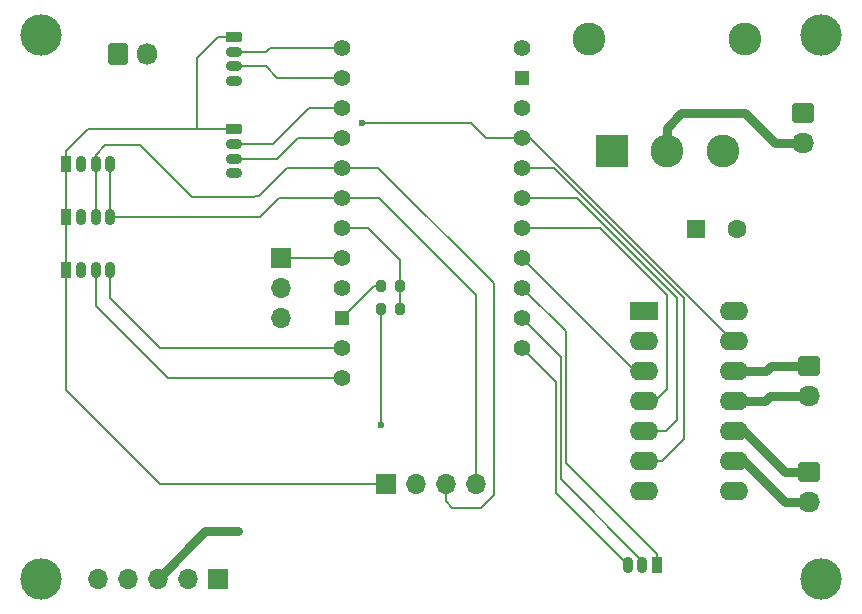
<source format=gbr>
%TF.GenerationSoftware,KiCad,Pcbnew,8.0.3-8.0.3-0~ubuntu22.04.1*%
%TF.CreationDate,2024-06-15T19:31:26-04:00*%
%TF.ProjectId,main_board,6d61696e-5f62-46f6-9172-642e6b696361,rev?*%
%TF.SameCoordinates,Original*%
%TF.FileFunction,Copper,L1,Top*%
%TF.FilePolarity,Positive*%
%FSLAX46Y46*%
G04 Gerber Fmt 4.6, Leading zero omitted, Abs format (unit mm)*
G04 Created by KiCad (PCBNEW 8.0.3-8.0.3-0~ubuntu22.04.1) date 2024-06-15 19:31:26*
%MOMM*%
%LPD*%
G01*
G04 APERTURE LIST*
G04 Aperture macros list*
%AMRoundRect*
0 Rectangle with rounded corners*
0 $1 Rounding radius*
0 $2 $3 $4 $5 $6 $7 $8 $9 X,Y pos of 4 corners*
0 Add a 4 corners polygon primitive as box body*
4,1,4,$2,$3,$4,$5,$6,$7,$8,$9,$2,$3,0*
0 Add four circle primitives for the rounded corners*
1,1,$1+$1,$2,$3*
1,1,$1+$1,$4,$5*
1,1,$1+$1,$6,$7*
1,1,$1+$1,$8,$9*
0 Add four rect primitives between the rounded corners*
20,1,$1+$1,$2,$3,$4,$5,0*
20,1,$1+$1,$4,$5,$6,$7,0*
20,1,$1+$1,$6,$7,$8,$9,0*
20,1,$1+$1,$8,$9,$2,$3,0*%
G04 Aperture macros list end*
%TA.AperFunction,ComponentPad*%
%ADD10RoundRect,0.225000X-0.225000X-0.475000X0.225000X-0.475000X0.225000X0.475000X-0.225000X0.475000X0*%
%TD*%
%TA.AperFunction,ComponentPad*%
%ADD11O,0.900000X1.400000*%
%TD*%
%TA.AperFunction,ComponentPad*%
%ADD12R,1.700000X1.700000*%
%TD*%
%TA.AperFunction,ComponentPad*%
%ADD13O,1.700000X1.700000*%
%TD*%
%TA.AperFunction,ComponentPad*%
%ADD14RoundRect,0.250000X-0.600000X-0.675000X0.600000X-0.675000X0.600000X0.675000X-0.600000X0.675000X0*%
%TD*%
%TA.AperFunction,ComponentPad*%
%ADD15O,1.700000X1.850000*%
%TD*%
%TA.AperFunction,ComponentPad*%
%ADD16R,1.600000X1.600000*%
%TD*%
%TA.AperFunction,ComponentPad*%
%ADD17C,1.600000*%
%TD*%
%TA.AperFunction,ComponentPad*%
%ADD18RoundRect,0.225000X-0.475000X0.225000X-0.475000X-0.225000X0.475000X-0.225000X0.475000X0.225000X0*%
%TD*%
%TA.AperFunction,ComponentPad*%
%ADD19O,1.400000X0.900000*%
%TD*%
%TA.AperFunction,ComponentPad*%
%ADD20R,2.775000X2.775000*%
%TD*%
%TA.AperFunction,ComponentPad*%
%ADD21C,2.775000*%
%TD*%
%TA.AperFunction,ComponentPad*%
%ADD22R,2.400000X1.600000*%
%TD*%
%TA.AperFunction,ComponentPad*%
%ADD23O,2.400000X1.600000*%
%TD*%
%TA.AperFunction,SMDPad,CuDef*%
%ADD24RoundRect,0.200000X-0.200000X-0.275000X0.200000X-0.275000X0.200000X0.275000X-0.200000X0.275000X0*%
%TD*%
%TA.AperFunction,ComponentPad*%
%ADD25RoundRect,0.250000X-0.675000X0.600000X-0.675000X-0.600000X0.675000X-0.600000X0.675000X0.600000X0*%
%TD*%
%TA.AperFunction,ComponentPad*%
%ADD26O,1.850000X1.700000*%
%TD*%
%TA.AperFunction,SMDPad,CuDef*%
%ADD27RoundRect,0.200000X0.200000X0.275000X-0.200000X0.275000X-0.200000X-0.275000X0.200000X-0.275000X0*%
%TD*%
%TA.AperFunction,ComponentPad*%
%ADD28C,1.422400*%
%TD*%
%TA.AperFunction,ComponentPad*%
%ADD29R,1.270000X1.270000*%
%TD*%
%TA.AperFunction,ComponentPad*%
%ADD30RoundRect,0.225000X0.225000X0.475000X-0.225000X0.475000X-0.225000X-0.475000X0.225000X-0.475000X0*%
%TD*%
%TA.AperFunction,ViaPad*%
%ADD31C,3.500000*%
%TD*%
%TA.AperFunction,ViaPad*%
%ADD32C,0.600000*%
%TD*%
%TA.AperFunction,Conductor*%
%ADD33C,0.200000*%
%TD*%
%TA.AperFunction,Conductor*%
%ADD34C,0.750000*%
%TD*%
G04 APERTURE END LIST*
D10*
%TO.P,J8,1,Pin_1*%
%TO.N,3V3*%
X69100000Y-87900000D03*
D11*
%TO.P,J8,2,Pin_2*%
%TO.N,GND*%
X70350000Y-87900000D03*
%TO.P,J8,3,Pin_3*%
%TO.N,SCL*%
X71600000Y-87900000D03*
%TO.P,J8,4,Pin_4*%
%TO.N,SDA*%
X72850000Y-87900000D03*
%TD*%
D12*
%TO.P,J12,1,Pin_1*%
%TO.N,Servo*%
X87300000Y-95820000D03*
D13*
%TO.P,J12,2,Pin_2*%
%TO.N,5V*%
X87300000Y-98360000D03*
%TO.P,J12,3,Pin_3*%
%TO.N,GND*%
X87300000Y-100900000D03*
%TD*%
D14*
%TO.P,J10,1,Pin_1*%
%TO.N,GND*%
X73500000Y-78600000D03*
D15*
%TO.P,J10,2,Pin_2*%
%TO.N,5V*%
X76000000Y-78600000D03*
%TD*%
D12*
%TO.P,U3,1,Enable*%
%TO.N,unconnected-(U3-Enable-Pad1)*%
X81960000Y-123000000D03*
D13*
%TO.P,U3,2,Vin*%
%TO.N,Net-(U2-Vcc)*%
X79420000Y-123000000D03*
%TO.P,U3,3,Ground*%
%TO.N,GND*%
X76880000Y-123000000D03*
%TO.P,U3,4,Ground*%
X74340000Y-123000000D03*
%TO.P,U3,5,Vout*%
%TO.N,5V*%
X71800000Y-123000000D03*
%TD*%
D16*
%TO.P,C1,1*%
%TO.N,Net-(U2-Vcc)*%
X122447349Y-93400000D03*
D17*
%TO.P,C1,2*%
%TO.N,GND*%
X125947349Y-93400000D03*
%TD*%
D18*
%TO.P,J4,1,Pin_1*%
%TO.N,3V3*%
X83300000Y-84925000D03*
D19*
%TO.P,J4,2,Pin_2*%
%TO.N,L_A*%
X83300000Y-86175000D03*
%TO.P,J4,3,Pin_3*%
%TO.N,L_B*%
X83300000Y-87425000D03*
%TO.P,J4,4,Pin_4*%
%TO.N,GND*%
X83300000Y-88675000D03*
%TD*%
D20*
%TO.P,S1,1*%
%TO.N,unconnected-(S1-Pad1)*%
X115300000Y-86822500D03*
D21*
%TO.P,S1,2*%
%TO.N,Net-(J1-Pin_2)*%
X120000000Y-86822500D03*
%TO.P,S1,3*%
%TO.N,Net-(U2-Vcc)*%
X124700000Y-86822500D03*
%TO.P,S1,S1*%
%TO.N,N/C*%
X113395000Y-77292500D03*
%TO.P,S1,S2*%
X126605000Y-77292500D03*
%TD*%
D18*
%TO.P,J5,1,Pin_1*%
%TO.N,3V3*%
X83300000Y-77125000D03*
D19*
%TO.P,J5,2,Pin_2*%
%TO.N,R_A*%
X83300000Y-78375000D03*
%TO.P,J5,3,Pin_3*%
%TO.N,R_B*%
X83300000Y-79625000D03*
%TO.P,J5,4,Pin_4*%
%TO.N,GND*%
X83300000Y-80875000D03*
%TD*%
D22*
%TO.P,U2,1,Gnd*%
%TO.N,GND*%
X118000000Y-100340000D03*
D23*
%TO.P,U2,2,Vcc*%
%TO.N,Net-(U2-Vcc)*%
X118000000Y-102880000D03*
%TO.P,U2,3,BIn2*%
%TO.N,Left_Motor_2*%
X118000000Y-105420000D03*
%TO.P,U2,4,BIn1*%
%TO.N,Left_Motor_1*%
X118000000Y-107960000D03*
%TO.P,U2,5,AIn2*%
%TO.N,Right_Motor_2*%
X118000000Y-110500000D03*
%TO.P,U2,6,AIn1*%
%TO.N,Right_Motor_1*%
X118000000Y-113040000D03*
%TO.P,U2,7,Mode*%
%TO.N,unconnected-(U2-Mode-Pad7)*%
X118000000Y-115580000D03*
%TO.P,U2,8,Vmm*%
%TO.N,unconnected-(U2-Vmm-Pad8)*%
X125620000Y-115580000D03*
%TO.P,U2,9,AOut1*%
%TO.N,Net-(J3-Pin_2)*%
X125620000Y-113040000D03*
%TO.P,U2,10,AOut2*%
%TO.N,Net-(J3-Pin_1)*%
X125620000Y-110500000D03*
%TO.P,U2,11,BOut1*%
%TO.N,Net-(J2-Pin_2)*%
X125620000Y-107960000D03*
%TO.P,U2,12,BOut2*%
%TO.N,Net-(J2-Pin_1)*%
X125620000Y-105420000D03*
%TO.P,U2,13,VIn*%
%TO.N,3V3*%
X125620000Y-102880000D03*
%TO.P,U2,14,Gnd*%
%TO.N,GND*%
X125620000Y-100340000D03*
%TD*%
D24*
%TO.P,R2,1*%
%TO.N,GND*%
X95750000Y-98200000D03*
%TO.P,R2,2*%
%TO.N,BATT*%
X97400000Y-98200000D03*
%TD*%
D25*
%TO.P,J2,1,Pin_1*%
%TO.N,Net-(J2-Pin_1)*%
X132000000Y-105000000D03*
D26*
%TO.P,J2,2,Pin_2*%
%TO.N,Net-(J2-Pin_2)*%
X132000000Y-107500000D03*
%TD*%
D25*
%TO.P,J3,1,Pin_1*%
%TO.N,Net-(J3-Pin_1)*%
X132000000Y-114000000D03*
D26*
%TO.P,J3,2,Pin_2*%
%TO.N,Net-(J3-Pin_2)*%
X132000000Y-116500000D03*
%TD*%
D10*
%TO.P,J7,1,Pin_1*%
%TO.N,3V3*%
X69100000Y-96900000D03*
D11*
%TO.P,J7,2,Pin_2*%
%TO.N,GND*%
X70350000Y-96900000D03*
%TO.P,J7,3,Pin_3*%
%TO.N,RX*%
X71600000Y-96900000D03*
%TO.P,J7,4,Pin_4*%
%TO.N,TX*%
X72850000Y-96900000D03*
%TD*%
D27*
%TO.P,R1,1*%
%TO.N,BATT*%
X97400000Y-100200000D03*
%TO.P,R1,2*%
%TO.N,Net-(U2-Vcc)*%
X95750000Y-100200000D03*
%TD*%
D10*
%TO.P,J6,1,Pin_1*%
%TO.N,3V3*%
X69100000Y-92400000D03*
D11*
%TO.P,J6,2,Pin_2*%
%TO.N,GND*%
X70350000Y-92400000D03*
%TO.P,J6,3,Pin_3*%
%TO.N,SCL*%
X71600000Y-92400000D03*
%TO.P,J6,4,Pin_4*%
%TO.N,SDA*%
X72850000Y-92400000D03*
%TD*%
D28*
%TO.P,U1,1,VBAT*%
%TO.N,unconnected-(U1-VBAT-Pad1)*%
X107730000Y-78064000D03*
D29*
%TO.P,U1,2,GND*%
%TO.N,GND*%
X107730000Y-80604000D03*
D28*
%TO.P,U1,3,5V*%
%TO.N,5V*%
X107730000Y-83144000D03*
%TO.P,U1,4,3V3*%
%TO.N,3V3*%
X107730000Y-85684000D03*
%TO.P,U1,5,IO1*%
%TO.N,Right_Motor_1*%
X107730000Y-88224000D03*
%TO.P,U1,6,IO2*%
%TO.N,Right_Motor_2*%
X107730000Y-90764000D03*
%TO.P,U1,7,IO3*%
%TO.N,Left_Motor_1*%
X107730000Y-93304000D03*
%TO.P,U1,8,IO4*%
%TO.N,Left_Motor_2*%
X107730000Y-95844000D03*
%TO.P,U1,9,IO5*%
%TO.N,Left ToF Shutdown*%
X107730000Y-98384000D03*
%TO.P,U1,10,IO21*%
%TO.N,Center ToF Shutdown*%
X107730000Y-100924000D03*
%TO.P,U1,11,IO0*%
%TO.N,Right ToF Shutdown*%
X107730000Y-103464000D03*
%TO.P,U1,12,RX*%
%TO.N,RX*%
X92490000Y-106004000D03*
%TO.P,U1,13,TX*%
%TO.N,TX*%
X92490000Y-103464000D03*
D29*
%TO.P,U1,14,GND*%
%TO.N,GND*%
X92490000Y-100924000D03*
D28*
%TO.P,U1,15,RST*%
%TO.N,unconnected-(U1-RST-Pad15)*%
X92490000Y-98384000D03*
%TO.P,U1,16,IO6*%
%TO.N,Servo*%
X92490000Y-95844000D03*
%TO.P,U1,17,IO7*%
%TO.N,BATT*%
X92490000Y-93304000D03*
%TO.P,U1,18,IO8*%
%TO.N,SDA*%
X92490000Y-90764000D03*
%TO.P,U1,19,IO9*%
%TO.N,SCL*%
X92490000Y-88224000D03*
%TO.P,U1,20,IO34*%
%TO.N,L_B*%
X92490000Y-85684000D03*
%TO.P,U1,21,IO36*%
%TO.N,L_A*%
X92490000Y-83144000D03*
%TO.P,U1,22,IO37*%
%TO.N,R_B*%
X92490000Y-80604000D03*
%TO.P,U1,23,IO35*%
%TO.N,R_A*%
X92490000Y-78064000D03*
%TD*%
D30*
%TO.P,J13,1,Pin_1*%
%TO.N,Left ToF Shutdown*%
X119150000Y-121800000D03*
D11*
%TO.P,J13,2,Pin_2*%
%TO.N,Center ToF Shutdown*%
X117900000Y-121800000D03*
%TO.P,J13,3,Pin_3*%
%TO.N,Right ToF Shutdown*%
X116650000Y-121800000D03*
%TD*%
D12*
%TO.P,J9,1,Pin_1*%
%TO.N,3V3*%
X96180000Y-115000000D03*
D13*
%TO.P,J9,2,Pin_2*%
%TO.N,GND*%
X98720000Y-115000000D03*
%TO.P,J9,3,Pin_3*%
%TO.N,SCL*%
X101260000Y-115000000D03*
%TO.P,J9,4,Pin_4*%
%TO.N,SDA*%
X103800000Y-115000000D03*
%TD*%
D25*
%TO.P,J1,1,Pin_1*%
%TO.N,GND*%
X131500000Y-83600000D03*
D26*
%TO.P,J1,2,Pin_2*%
%TO.N,Net-(J1-Pin_2)*%
X131500000Y-86100000D03*
%TD*%
D31*
%TO.N,*%
X133000000Y-77000000D03*
X67000000Y-77000000D03*
X133000000Y-123000000D03*
X67000000Y-123000000D03*
D32*
%TO.N,GND*%
X83700000Y-119000000D03*
X82600000Y-119000000D03*
%TO.N,3V3*%
X94200000Y-84400000D03*
%TO.N,Net-(U2-Vcc)*%
X95800000Y-110000000D03*
%TD*%
D33*
%TO.N,GND*%
X95750000Y-98200000D02*
X95214000Y-98200000D01*
D34*
X76880000Y-123000000D02*
X80880000Y-119000000D01*
X80880000Y-119000000D02*
X82600000Y-119000000D01*
D33*
X95214000Y-98200000D02*
X92490000Y-100924000D01*
D34*
X82600000Y-119000000D02*
X83700000Y-119000000D01*
%TO.N,Net-(J1-Pin_2)*%
X121200000Y-83600000D02*
X126600000Y-83600000D01*
X126600000Y-83600000D02*
X129100000Y-86100000D01*
X120000000Y-86822500D02*
X120000000Y-84800000D01*
X120000000Y-84800000D02*
X121200000Y-83600000D01*
X129100000Y-86100000D02*
X131500000Y-86100000D01*
%TO.N,Net-(J2-Pin_1)*%
X128800000Y-105000000D02*
X132000000Y-105000000D01*
X128380000Y-105420000D02*
X128800000Y-105000000D01*
X125620000Y-105420000D02*
X128380000Y-105420000D01*
%TO.N,Net-(J2-Pin_2)*%
X128700000Y-107500000D02*
X132000000Y-107500000D01*
X128240000Y-107960000D02*
X128700000Y-107500000D01*
X125620000Y-107960000D02*
X128240000Y-107960000D01*
%TO.N,Net-(J3-Pin_1)*%
X125620000Y-110500000D02*
X126500000Y-110500000D01*
X130000000Y-114000000D02*
X132000000Y-114000000D01*
X126500000Y-110500000D02*
X130000000Y-114000000D01*
%TO.N,Net-(J3-Pin_2)*%
X130000000Y-116500000D02*
X132000000Y-116500000D01*
X125620000Y-113040000D02*
X126540000Y-113040000D01*
X126540000Y-113040000D02*
X130000000Y-116500000D01*
D33*
%TO.N,L_A*%
X89656000Y-83144000D02*
X92490000Y-83144000D01*
X83300000Y-86175000D02*
X86625000Y-86175000D01*
X86625000Y-86175000D02*
X89656000Y-83144000D01*
%TO.N,L_B*%
X88716000Y-85684000D02*
X92490000Y-85684000D01*
X86975000Y-87425000D02*
X88716000Y-85684000D01*
X83300000Y-87425000D02*
X86975000Y-87425000D01*
%TO.N,3V3*%
X80200000Y-84925000D02*
X80200000Y-78900000D01*
X69100000Y-92400000D02*
X69100000Y-96900000D01*
X96180000Y-115000000D02*
X77100000Y-115000000D01*
X69100000Y-87900000D02*
X69100000Y-86800000D01*
X69100000Y-86800000D02*
X70975000Y-84925000D01*
X77100000Y-115000000D02*
X69100000Y-107000000D01*
X125611372Y-102880000D02*
X125620000Y-102880000D01*
X94200000Y-84400000D02*
X103400000Y-84400000D01*
X80200000Y-78900000D02*
X81975000Y-77125000D01*
X80200000Y-84925000D02*
X83300000Y-84925000D01*
X69100000Y-87900000D02*
X69100000Y-92400000D01*
X107730000Y-85684000D02*
X108415372Y-85684000D01*
X70975000Y-84925000D02*
X80200000Y-84925000D01*
X104684000Y-85684000D02*
X107730000Y-85684000D01*
X108415372Y-85684000D02*
X125611372Y-102880000D01*
X103400000Y-84400000D02*
X104684000Y-85684000D01*
X69100000Y-107000000D02*
X69100000Y-96900000D01*
X81975000Y-77125000D02*
X83300000Y-77125000D01*
%TO.N,R_B*%
X86025000Y-79625000D02*
X87004000Y-80604000D01*
X87004000Y-80604000D02*
X92490000Y-80604000D01*
X83300000Y-79625000D02*
X86025000Y-79625000D01*
%TO.N,R_A*%
X83300000Y-78375000D02*
X86025000Y-78375000D01*
X86336000Y-78064000D02*
X92490000Y-78064000D01*
X86025000Y-78375000D02*
X86336000Y-78064000D01*
%TO.N,SDA*%
X72850000Y-87900000D02*
X72850000Y-92400000D01*
X95564000Y-90764000D02*
X103800000Y-99000000D01*
X72850000Y-92400000D02*
X85500000Y-92400000D01*
X103800000Y-99000000D02*
X103800000Y-115000000D01*
X85500000Y-92400000D02*
X87136000Y-90764000D01*
X87136000Y-90764000D02*
X92490000Y-90764000D01*
X92490000Y-90764000D02*
X95564000Y-90764000D01*
%TO.N,SCL*%
X71600000Y-87900000D02*
X71600000Y-92400000D01*
X92490000Y-88224000D02*
X87776000Y-88224000D01*
X85000000Y-90700000D02*
X79800000Y-90700000D01*
X104200000Y-117000000D02*
X105300000Y-115900000D01*
X71600000Y-87100000D02*
X71600000Y-87900000D01*
X95524000Y-88224000D02*
X92490000Y-88224000D01*
X85100000Y-90600000D02*
X85000000Y-90700000D01*
X72400000Y-86300000D02*
X71600000Y-87100000D01*
X101260000Y-116460000D02*
X101800000Y-117000000D01*
X101800000Y-117000000D02*
X104200000Y-117000000D01*
X85400000Y-90600000D02*
X85100000Y-90600000D01*
X105300000Y-115900000D02*
X105300000Y-98000000D01*
X79800000Y-90700000D02*
X75400000Y-86300000D01*
X75400000Y-86300000D02*
X72400000Y-86300000D01*
X87776000Y-88224000D02*
X85400000Y-90600000D01*
X105300000Y-98000000D02*
X95524000Y-88224000D01*
X101260000Y-115000000D02*
X101260000Y-116460000D01*
%TO.N,TX*%
X72850000Y-96900000D02*
X72850000Y-99250000D01*
X77064000Y-103464000D02*
X92490000Y-103464000D01*
X72850000Y-99250000D02*
X77064000Y-103464000D01*
%TO.N,RX*%
X77704000Y-106004000D02*
X92490000Y-106004000D01*
X71600000Y-99900000D02*
X77704000Y-106004000D01*
X71600000Y-96900000D02*
X71600000Y-99900000D01*
%TO.N,Servo*%
X92466000Y-95820000D02*
X92490000Y-95844000D01*
X87300000Y-95820000D02*
X92466000Y-95820000D01*
%TO.N,Left ToF Shutdown*%
X119150000Y-120950000D02*
X119150000Y-121800000D01*
X107730000Y-98384000D02*
X111400000Y-102054000D01*
X111400000Y-102054000D02*
X111400000Y-113200000D01*
X111400000Y-113200000D02*
X119150000Y-120950000D01*
%TO.N,Center ToF Shutdown*%
X111000000Y-114600000D02*
X111000000Y-104194000D01*
X117900000Y-121500000D02*
X111000000Y-114600000D01*
X117900000Y-121800000D02*
X117900000Y-121500000D01*
X111000000Y-104194000D02*
X107730000Y-100924000D01*
%TO.N,Right ToF Shutdown*%
X107730000Y-103464000D02*
X110600000Y-106334000D01*
X110600000Y-115750000D02*
X116650000Y-121800000D01*
X110600000Y-106334000D02*
X110600000Y-115750000D01*
%TO.N,Net-(U2-Vcc)*%
X95800000Y-100100000D02*
X95800000Y-110000000D01*
X95750000Y-100150000D02*
X95800000Y-100100000D01*
X95750000Y-100200000D02*
X95750000Y-100150000D01*
%TO.N,Right_Motor_1*%
X107730000Y-88224000D02*
X110389686Y-88224000D01*
X121400000Y-111200000D02*
X119560000Y-113040000D01*
X119560000Y-113040000D02*
X118000000Y-113040000D01*
X121400000Y-99234314D02*
X121400000Y-111200000D01*
X110389686Y-88224000D02*
X121400000Y-99234314D01*
%TO.N,Right_Motor_2*%
X107730000Y-90764000D02*
X112364000Y-90764000D01*
X120800000Y-109600000D02*
X119900000Y-110500000D01*
X119900000Y-110500000D02*
X118000000Y-110500000D01*
X120800000Y-99200000D02*
X120800000Y-109600000D01*
X112364000Y-90764000D02*
X120800000Y-99200000D01*
%TO.N,Left_Motor_1*%
X118940000Y-107960000D02*
X118000000Y-107960000D01*
X107730000Y-93304000D02*
X114304000Y-93304000D01*
X120000000Y-99000000D02*
X120000000Y-106900000D01*
X120000000Y-106900000D02*
X118940000Y-107960000D01*
X114304000Y-93304000D02*
X120000000Y-99000000D01*
%TO.N,Left_Motor_2*%
X107730000Y-95844000D02*
X107844000Y-95844000D01*
X117306000Y-105420000D02*
X118000000Y-105420000D01*
X107730000Y-95844000D02*
X117306000Y-105420000D01*
%TO.N,BATT*%
X97400000Y-96000000D02*
X94704000Y-93304000D01*
X97400000Y-98200000D02*
X97400000Y-96000000D01*
X94704000Y-93304000D02*
X92490000Y-93304000D01*
X97400000Y-98200000D02*
X97400000Y-100200000D01*
%TD*%
M02*

</source>
